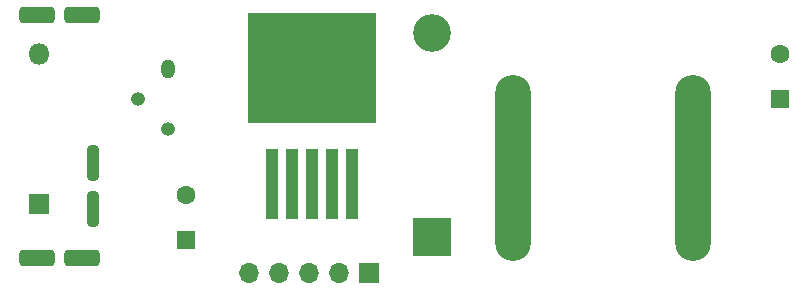
<source format=gbr>
%TF.GenerationSoftware,KiCad,Pcbnew,6.0.2+dfsg-1*%
%TF.CreationDate,2025-02-13T14:12:06+01:00*%
%TF.ProjectId,LM259610,4c4d3235-3936-4313-902e-6b696361645f,rev?*%
%TF.SameCoordinates,Original*%
%TF.FileFunction,Soldermask,Top*%
%TF.FilePolarity,Negative*%
%FSLAX46Y46*%
G04 Gerber Fmt 4.6, Leading zero omitted, Abs format (unit mm)*
G04 Created by KiCad (PCBNEW 6.0.2+dfsg-1) date 2025-02-13 14:12:06*
%MOMM*%
%LPD*%
G01*
G04 APERTURE LIST*
G04 Aperture macros list*
%AMRoundRect*
0 Rectangle with rounded corners*
0 $1 Rounding radius*
0 $2 $3 $4 $5 $6 $7 $8 $9 X,Y pos of 4 corners*
0 Add a 4 corners polygon primitive as box body*
4,1,4,$2,$3,$4,$5,$6,$7,$8,$9,$2,$3,0*
0 Add four circle primitives for the rounded corners*
1,1,$1+$1,$2,$3*
1,1,$1+$1,$4,$5*
1,1,$1+$1,$6,$7*
1,1,$1+$1,$8,$9*
0 Add four rect primitives between the rounded corners*
20,1,$1+$1,$2,$3,$4,$5,0*
20,1,$1+$1,$4,$5,$6,$7,0*
20,1,$1+$1,$6,$7,$8,$9,0*
20,1,$1+$1,$8,$9,$2,$3,0*%
G04 Aperture macros list end*
%ADD10O,1.200000X1.600000*%
%ADD11O,1.200000X1.200000*%
%ADD12R,1.600000X1.600000*%
%ADD13C,1.600000*%
%ADD14RoundRect,0.341463X-1.171037X-0.358537X1.171037X-0.358537X1.171037X0.358537X-1.171037X0.358537X0*%
%ADD15R,3.200000X3.200000*%
%ADD16O,3.200000X3.200000*%
%ADD17R,1.800000X1.800000*%
%ADD18O,1.800000X1.800000*%
%ADD19RoundRect,1.520000X0.000000X-6.355000X0.000000X-6.355000X0.000000X6.355000X0.000000X6.355000X0*%
%ADD20RoundRect,0.341463X1.171037X0.358537X-1.171037X0.358537X-1.171037X-0.358537X1.171037X-0.358537X0*%
%ADD21R,1.700000X1.700000*%
%ADD22O,1.700000X1.700000*%
%ADD23R,1.100000X6.000000*%
%ADD24R,10.800000X9.400000*%
%ADD25RoundRect,0.237500X0.237500X-1.262500X0.237500X1.262500X-0.237500X1.262500X-0.237500X-1.262500X0*%
G04 APERTURE END LIST*
D10*
%TO.C,Q1*%
X143764000Y-110998000D03*
D11*
X141224000Y-113538000D03*
X143764000Y-116078000D03*
%TD*%
D12*
%TO.C,Cin1*%
X145288000Y-125500651D03*
D13*
X145288000Y-121700651D03*
%TD*%
D12*
%TO.C,Cout1*%
X195580000Y-113562651D03*
D13*
X195580000Y-109762651D03*
%TD*%
D14*
%TO.C,R1*%
X132707500Y-106426000D03*
X136532500Y-106426000D03*
%TD*%
D15*
%TO.C,D1*%
X166116000Y-125206000D03*
D16*
X166116000Y-107966000D03*
%TD*%
D17*
%TO.C,D2*%
X132842000Y-122428000D03*
D18*
X132842000Y-109728000D03*
%TD*%
D19*
%TO.C,L1*%
X172974000Y-119380000D03*
X188214000Y-119380000D03*
%TD*%
D20*
%TO.C,R2*%
X136532500Y-127000000D03*
X132707500Y-127000000D03*
%TD*%
D21*
%TO.C,J1*%
X160777000Y-128270000D03*
D22*
X158237000Y-128270000D03*
X155697000Y-128270000D03*
X153157000Y-128270000D03*
X150617000Y-128270000D03*
%TD*%
D23*
%TO.C,U1*%
X152556000Y-120718000D03*
X154256000Y-120718000D03*
X155956000Y-120718000D03*
D24*
X155956000Y-110868000D03*
D23*
X157656000Y-120718000D03*
X159356000Y-120718000D03*
%TD*%
D25*
%TO.C,R3*%
X137414000Y-122829000D03*
X137414000Y-118979000D03*
%TD*%
M02*

</source>
